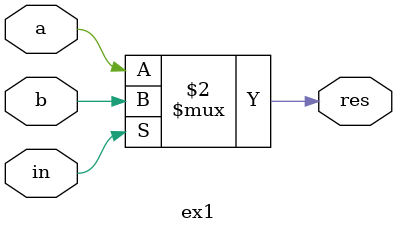
<source format=v>
module  ex1(
input   a,
input   b,
input   in,
output res
);
assign res = in==1 ? b : a;
endmodule
</source>
